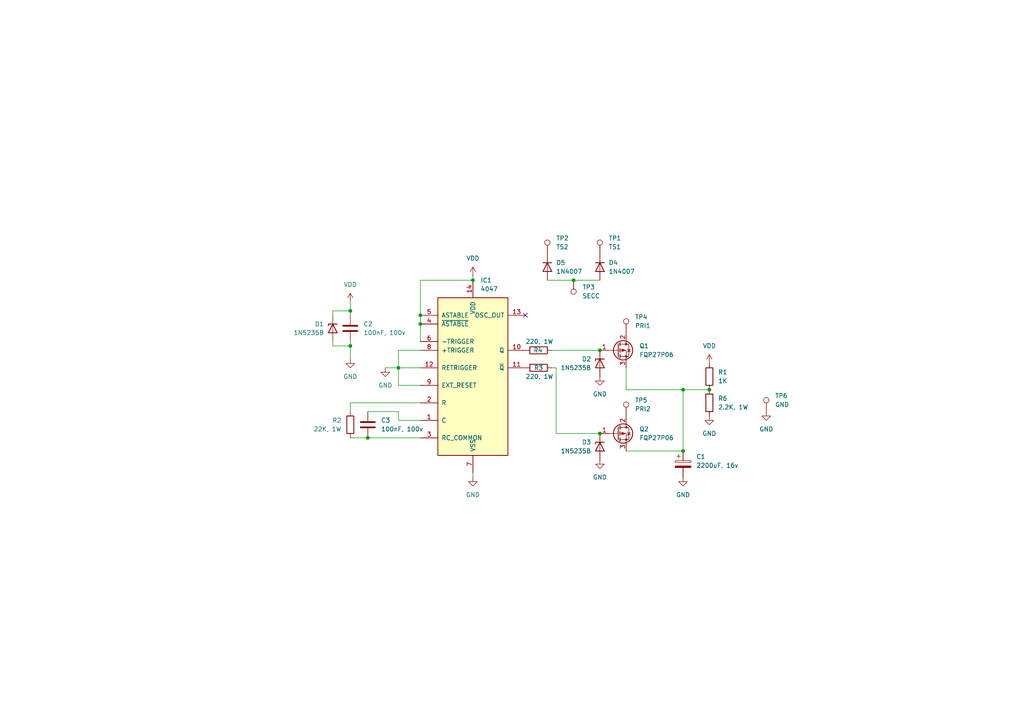
<source format=kicad_sch>
(kicad_sch (version 20231120) (generator "eeschema") (generator_version "8.0")
  (paper "A4")
  (lib_symbols
    (symbol "4xxx:4047" (pin_names (offset 1.016))
      (property "Reference" "U" (at -7.62 24.13 0))
      (property "Value" "4047" (at -7.62 -24.13 0))
      (symbol "4047_1_0"
        (pin input line (at -15.24 -12.7 0) (length 5.08) (name "C") (number "1"))
        (pin output line (at 15.24 7.62 180) (length 5.08) (name "Q") (number "10"))
        (pin output line (at 15.24 2.54 180) (length 5.08) (name "~{Q}") (number "11"))
        (pin input line (at -15.24 2.54 0) (length 5.08) (name "RETRIGGER") (number "12"))
        (pin output line (at 15.24 17.78 180) (length 5.08) (name "OSC_OUT") (number "13"))
        (pin power_in line (at 0 27.94 270) (length 5.08) (name "VDD") (number "14"))
        (pin input line (at -15.24 -7.62 0) (length 5.08) (name "R") (number "2"))
        (pin input line (at -15.24 -17.78 0) (length 5.08) (name "RC_COMMON") (number "3"))
        (pin input line (at -15.24 15.24 0) (length 5.08) (name "~{ASTABLE}") (number "4"))
        (pin input line (at -15.24 17.78 0) (length 5.08) (name "ASTABLE") (number "5"))
        (pin input line (at -15.24 10.16 0) (length 5.08) (name "-TRIGGER") (number "6"))
        (pin power_in line (at 0 -27.94 90) (length 5.08) (name "VSS") (number "7"))
        (pin input line (at -15.24 7.62 0) (length 5.08) (name "+TRIGGER") (number "8"))
        (pin input line (at -15.24 -2.54 0) (length 5.08) (name "EXT_RESET") (number "9"))
      )
      (symbol "4047_1_1"
        (rectangle (start -10.16 22.86) (end 10.16 -22.86) (stroke (width 0.254)) (fill (type background)))
      )
    )
    (symbol "Connector:TestPoint" (pin_numbers hide) (pin_names (offset 0.762) hide)
      (property "Reference" "TP" (at 0 6.858 0))
      (property "Value" "TestPoint" (at 0 5.08 0))
      (symbol "TestPoint_0_1"
        (circle (center 0 3.302) (radius 0.762))
      )
      (symbol "TestPoint_1_1"
        (pin passive line (at 0 0 90) (length 2.54) (name "1") (number "1"))
      )
    )
    (symbol "Device:C" (pin_numbers hide) (pin_names (offset 0.254))
      (property "Reference" "C" (at 0.635 2.54 0))
      (property "Value" "C" (at 0.635 -2.54 0))
      (symbol "C_0_1"
        (polyline (pts (xy -2.032 -0.762) (xy 2.032 -0.762)) (stroke (width 0.508)))
        (polyline (pts (xy -2.032 0.762) (xy 2.032 0.762)) (stroke (width 0.508)))
      )
      (symbol "C_1_1"
        (pin passive line (at 0 3.81 270) (length 2.794) (name "~") (number "1"))
        (pin passive line (at 0 -3.81 90) (length 2.794) (name "~") (number "2"))
      )
    )
    (symbol "Device:C_Polarized" (pin_numbers hide) (pin_names (offset 0.254))
      (property "Reference" "C" (at 0.635 2.54 0))
      (property "Value" "C_Polarized" (at 0.635 -2.54 0))
      (symbol "C_Polarized_0_1"
        (rectangle (start -2.286 0.508) (end 2.286 1.016))
        (polyline (pts (xy -1.778 2.286) (xy -0.762 2.286)))
        (polyline (pts (xy -1.27 2.794) (xy -1.27 1.778)))
        (rectangle (start 2.286 -0.508) (end -2.286 -1.016) (fill (type outline)))
      )
      (symbol "C_Polarized_1_1"
        (pin passive line (at 0 3.81 270) (length 2.794) (name "~") (number "1"))
        (pin passive line (at 0 -3.81 90) (length 2.794) (name "~") (number "2"))
      )
    )
    (symbol "Device:R" (pin_numbers hide) (pin_names (offset 0))
      (property "Reference" "R" (at 2.032 0 90))
      (property "Value" "R" (at 0 0 90))
      (symbol "R_0_1"
        (rectangle (start -1.016 -2.54) (end 1.016 2.54) (stroke (width 0.254)))
      )
      (symbol "R_1_1"
        (pin passive line (at 0 3.81 270) (length 1.27) (name "~") (number "1"))
        (pin passive line (at 0 -3.81 90) (length 1.27) (name "~") (number "2"))
      )
    )
    (symbol "Diode:1N4007" (pin_numbers hide) (pin_names hide)
      (property "Reference" "D" (at 0 2.54 0))
      (property "Value" "1N4007" (at 0 -2.54 0))
      (symbol "1N4007_0_1"
        (polyline (pts (xy -1.27 1.27) (xy -1.27 -1.27)) (stroke (width 0.254)))
        (polyline (pts (xy 1.27 0) (xy -1.27 0)))
        (polyline (pts (xy 1.27 1.27) (xy 1.27 -1.27) (xy -1.27 0) (xy 1.27 1.27)) (stroke (width 0.254)))
      )
      (symbol "1N4007_1_1"
        (pin passive line (at -3.81 0 0) (length 2.54) (name "K") (number "1"))
        (pin passive line (at 3.81 0 180) (length 2.54) (name "A") (number "2"))
      )
    )
    (symbol "Diode:1N53xxB" (pin_numbers hide) (pin_names hide)
      (property "Reference" "D" (at 0 2.54 0))
      (property "Value" "1N53xxB" (at 0 -2.54 0))
      (symbol "1N53xxB_0_1"
        (polyline (pts (xy 1.27 0) (xy -1.27 0)))
        (polyline (pts (xy -1.27 -1.27) (xy -1.27 1.27) (xy -0.762 1.27)) (stroke (width 0.254)))
        (polyline (pts (xy 1.27 -1.27) (xy 1.27 1.27) (xy -1.27 0) (xy 1.27 -1.27)) (stroke (width 0.254)))
      )
      (symbol "1N53xxB_1_1"
        (pin passive line (at -3.81 0 0) (length 2.54) (name "K") (number "1"))
        (pin passive line (at 3.81 0 180) (length 2.54) (name "A") (number "2"))
      )
    )
    (symbol "Transistor_FET:FQP27P06" (pin_names hide)
      (property "Reference" "Q" (at 5.08 1.905 0))
      (property "Value" "FQP27P06" (at 5.08 0 0))
      (symbol "FQP27P06_0_1"
        (polyline (pts (xy 0.254 0) (xy -2.54 0)))
        (polyline (pts (xy 0.254 1.905) (xy 0.254 -1.905)) (stroke (width 0.254)))
        (polyline (pts (xy 0.762 -1.27) (xy 0.762 -2.286)) (stroke (width 0.254)))
        (polyline (pts (xy 0.762 0.508) (xy 0.762 -0.508)) (stroke (width 0.254)))
        (polyline (pts (xy 0.762 2.286) (xy 0.762 1.27)) (stroke (width 0.254)))
        (polyline (pts (xy 2.54 2.54) (xy 2.54 1.778)))
        (polyline (pts (xy 2.54 -2.54) (xy 2.54 0) (xy 0.762 0)))
        (polyline (pts (xy 0.762 1.778) (xy 3.302 1.778) (xy 3.302 -1.778) (xy 0.762 -1.778)))
        (polyline (pts (xy 2.286 0) (xy 1.27 0.381) (xy 1.27 -0.381) (xy 2.286 0)) (fill (type outline)))
        (polyline (pts (xy 2.794 -0.508) (xy 2.921 -0.381) (xy 3.683 -0.381) (xy 3.81 -0.254)))
        (polyline (pts (xy 3.302 -0.381) (xy 2.921 0.254) (xy 3.683 0.254) (xy 3.302 -0.381)))
        (circle (center 1.651 0) (radius 2.794) (stroke (width 0.254)))
        (circle (center 2.54 -1.778) (radius 0.254) (fill (type outline)))
        (circle (center 2.54 1.778) (radius 0.254) (fill (type outline)))
      )
      (symbol "FQP27P06_1_1"
        (pin input line (at -5.08 0 0) (length 2.54) (name "G") (number "1"))
        (pin passive line (at 2.54 5.08 270) (length 2.54) (name "D") (number "2"))
        (pin passive line (at 2.54 -5.08 90) (length 2.54) (name "S") (number "3"))
      )
    )
    (symbol "power:GND" (power) (pin_numbers hide) (pin_names (offset 0) hide)
      (property "Value" "GND" (at 0 -3.81 0))
      (symbol "GND_0_1"
        (polyline (pts (xy 0 0) (xy 0 -1.27) (xy 1.27 -1.27) (xy 0 -2.54) (xy -1.27 -1.27) (xy 0 -1.27)))
      )
      (symbol "GND_1_1"
        (pin power_in line (at 0 0 270) (length 0) (name "~") (number "1"))
      )
    )
    (symbol "power:VDD" (power) (pin_numbers hide) (pin_names (offset 0) hide)
      (property "Value" "VDD" (at 0 3.556 0))
      (symbol "VDD_0_1"
        (polyline (pts (xy -0.762 1.27) (xy 0 2.54)))
        (polyline (pts (xy 0 0) (xy 0 2.54)))
        (polyline (pts (xy 0 2.54) (xy 0.762 1.27)))
      )
      (symbol "VDD_1_1"
        (pin power_in line (at 0 0 90) (length 0) (name "~") (number "1"))
      )
    )
  )
  (junction (at 205.74 113.03))
  (junction (at 198.12 130.81))
  (junction (at 166.37 81.28))
  (junction (at 121.92 93.98))
  (junction (at 137.16 81.28))
  (junction (at 115.57 106.68))
  (junction (at 121.92 91.44))
  (junction (at 173.99 101.6))
  (junction (at 101.6 90.17))
  (junction (at 101.6 100.33))
  (junction (at 106.68 127))
  (junction (at 198.12 113.03))
  (junction (at 173.99 125.73))
  (no_connect (at 152.4 91.44))
  (wire (pts (xy 198.12 130.81) (xy 198.12 113.03)))
  (wire (pts (xy 121.92 101.6) (xy 115.57 101.6)))
  (wire (pts (xy 106.68 127) (xy 121.92 127)))
  (wire (pts (xy 96.52 100.33) (xy 101.6 100.33)))
  (wire (pts (xy 115.57 121.92) (xy 115.57 119.38)))
  (wire (pts (xy 137.16 81.28) (xy 121.92 81.28)))
  (wire (pts (xy 181.61 130.81) (xy 198.12 130.81)))
  (wire (pts (xy 101.6 90.17) (xy 101.6 91.44)))
  (wire (pts (xy 121.92 121.92) (xy 115.57 121.92)))
  (wire (pts (xy 161.29 125.73) (xy 161.29 106.68)))
  (wire (pts (xy 121.92 81.28) (xy 121.92 91.44)))
  (wire (pts (xy 160.02 101.6) (xy 173.99 101.6)))
  (wire (pts (xy 115.57 106.68) (xy 115.57 111.76)))
  (wire (pts (xy 101.6 100.33) (xy 101.6 99.06)))
  (wire (pts (xy 181.61 113.03) (xy 181.61 106.68)))
  (wire (pts (xy 198.12 113.03) (xy 181.61 113.03)))
  (wire (pts (xy 121.92 91.44) (xy 121.92 93.98)))
  (wire (pts (xy 121.92 116.84) (xy 101.6 116.84)))
  (wire (pts (xy 205.74 113.03) (xy 198.12 113.03)))
  (wire (pts (xy 111.76 106.68) (xy 115.57 106.68)))
  (wire (pts (xy 101.6 104.14) (xy 101.6 100.33)))
  (wire (pts (xy 101.6 87.63) (xy 101.6 90.17)))
  (wire (pts (xy 161.29 125.73) (xy 173.99 125.73)))
  (wire (pts (xy 101.6 116.84) (xy 101.6 119.38)))
  (wire (pts (xy 101.6 127) (xy 106.68 127)))
  (wire (pts (xy 137.16 138.43) (xy 137.16 137.16)))
  (wire (pts (xy 137.16 80.01) (xy 137.16 81.28)))
  (wire (pts (xy 161.29 106.68) (xy 160.02 106.68)))
  (wire (pts (xy 121.92 93.98) (xy 121.92 99.06)))
  (wire (pts (xy 115.57 106.68) (xy 121.92 106.68)))
  (wire (pts (xy 166.37 81.28) (xy 173.99 81.28)))
  (wire (pts (xy 96.52 99.06) (xy 96.52 100.33)))
  (wire (pts (xy 121.92 111.76) (xy 115.57 111.76)))
  (wire (pts (xy 158.75 81.28) (xy 166.37 81.28)))
  (wire (pts (xy 96.52 90.17) (xy 101.6 90.17)))
  (wire (pts (xy 115.57 101.6) (xy 115.57 106.68)))
  (wire (pts (xy 115.57 119.38) (xy 106.68 119.38)))
  (wire (pts (xy 96.52 91.44) (xy 96.52 90.17)))
  (symbol (lib_id "4xxx:4047") (at 137.16 109.22 0) (unit 1)
    (property "Reference" "IC1" (at 139.3541 81.28 0) (effects (justify left)))
    (property "Value" "4047" (at 139.3541 83.82 0) (effects (justify left)))
    (property "Footprint" "Package_DIP:DIP-14_W7.62mm_LongPads" (effects (hide yes)))
    (property "Datasheet" "https://www.ti.com/lit/ds/symlink/cd4047b.pdf" (effects (hide yes)))
    (property "Description" "Monostable/Astable Multivibrator" (effects (hide yes)))
  )
  (symbol (lib_id "power:GND") (at 205.74 120.65 0) (unit 1)
    (property "Reference" "#PWR010" (effects (hide yes)))
    (property "Value" "GND" (at 205.74 125.73 0))
    (property "Description" "Power symbol creates a global label with name \"GND\" , ground" (effects (hide yes)))
  )
  (symbol (lib_id "power:GND") (at 137.16 138.43 0) (unit 1)
    (property "Reference" "#PWR01" (effects (hide yes)))
    (property "Value" "GND" (at 137.16 143.51 0))
    (property "Description" "Power symbol creates a global label with name \"GND\" , ground" (effects (hide yes)))
  )
  (symbol (lib_id "Connector:TestPoint") (at 158.75 73.66 0) (unit 1)
    (property "Reference" "TP2" (at 161.29 69.0879 0) (effects (justify left)))
    (property "Value" "TS2" (at 161.29 71.6279 0) (effects (justify left)))
    (property "Footprint" "TestPoint:TestPoint_Loop_D2.50mm_Drill1.0mm" (effects (hide yes)))
    (property "Description" "test point" (effects (hide yes)))
  )
  (symbol (lib_id "Connector:TestPoint") (at 173.99 73.66 0) (unit 1)
    (property "Reference" "TP1" (at 176.53 69.0879 0) (effects (justify left)))
    (property "Value" "TS1" (at 176.53 71.6279 0) (effects (justify left)))
    (property "Footprint" "TestPoint:TestPoint_Loop_D2.50mm_Drill1.0mm" (effects (hide yes)))
    (property "Description" "test point" (effects (hide yes)))
  )
  (symbol (lib_id "Device:C_Polarized") (at 198.12 134.62 0) (unit 1)
    (property "Reference" "C1" (at 201.93 132.4609 0) (effects (justify left)))
    (property "Value" "2200uF, 16v" (at 201.93 135.0009 0) (effects (justify left)))
    (property "Footprint" "Capacitor_THT:C_Rect_L41.5mm_W15.0mm_P37.50mm_MKS4" (effects (hide yes)))
    (property "Description" "Polarized capacitor" (effects (hide yes)))
  )
  (symbol (lib_id "Device:R") (at 205.74 116.84 180) (unit 1)
    (property "Reference" "R6" (at 208.28 115.5699 0) (effects (justify right)))
    (property "Value" "2.2K, 1W" (at 208.28 118.1099 0) (effects (justify right)))
    (property "Footprint" "Resistor_THT:R_Axial_DIN0309_L9.0mm_D3.2mm_P12.70mm_Horizontal" (effects (hide yes)))
    (property "Description" "Resistor" (effects (hide yes)))
  )
  (symbol (lib_id "Device:R") (at 205.74 109.22 0) (unit 1)
    (property "Reference" "R1" (at 208.28 107.9499 0) (effects (justify left)))
    (property "Value" "1K" (at 208.28 110.4899 0) (effects (justify left)))
    (property "Footprint" "Resistor_THT:R_Axial_DIN0309_L9.0mm_D3.2mm_P12.70mm_Horizontal" (effects (hide yes)))
    (property "Description" "Resistor" (effects (hide yes)))
  )
  (symbol (lib_id "Connector:TestPoint") (at 222.25 119.38 0) (unit 1)
    (property "Reference" "TP6" (at 224.79 114.8079 0) (effects (justify left)))
    (property "Value" "GND" (at 224.79 117.3479 0) (effects (justify left)))
    (property "Footprint" "TestPoint:TestPoint_Loop_D2.50mm_Drill1.0mm" (effects (hide yes)))
    (property "Description" "test point" (effects (hide yes)))
  )
  (symbol (lib_id "Diode:1N4007") (at 173.99 77.47 270) (unit 1)
    (property "Reference" "D4" (at 176.53 76.1999 90) (effects (justify left)))
    (property "Value" "1N4007" (at 176.53 78.7399 90) (effects (justify left)))
    (property "Footprint" "Diode_THT:D_DO-41_SOD81_P10.16mm_Horizontal" (effects (hide yes)))
    (property "Datasheet" "http://www.vishay.com/docs/88503/1n4001.pdf" (effects (hide yes)))
    (property "Description" "1000V 1A General Purpose Rectifier Diode, DO-41" (effects (hide yes)))
    (property "Sim.Device" "D" (effects (hide yes)))
    (property "Sim.Pins" "1=K 2=A" (effects (hide yes)))
  )
  (symbol (lib_id "power:GND") (at 101.6 104.14 0) (unit 1)
    (property "Reference" "#PWR03" (effects (hide yes)))
    (property "Value" "GND" (at 101.6 109.22 0))
    (property "Description" "Power symbol creates a global label with name \"GND\" , ground" (effects (hide yes)))
  )
  (symbol (lib_id "power:GND") (at 173.99 109.22 0) (unit 1)
    (property "Reference" "#PWR08" (effects (hide yes)))
    (property "Value" "GND" (at 173.99 114.3 0))
    (property "Description" "Power symbol creates a global label with name \"GND\" , ground" (effects (hide yes)))
  )
  (symbol (lib_id "Device:C") (at 106.68 123.19 0) (unit 1)
    (property "Reference" "C3" (at 110.49 121.9199 0) (effects (justify left)))
    (property "Value" "100nF, 100v" (at 110.49 124.4599 0) (effects (justify left)))
    (property "Footprint" "Capacitor_THT:C_Rect_L13.0mm_W6.0mm_P10.00mm_FKS3_FKP3_MKS4" (effects (hide yes)))
    (property "Description" "Unpolarized capacitor" (effects (hide yes)))
  )
  (symbol (lib_id "Diode:1N53xxB") (at 173.99 105.41 90) (mirror x) (unit 1)
    (property "Reference" "D2" (at 171.45 104.1399 90) (effects (justify left)))
    (property "Value" "1N5235B" (at 171.45 106.6799 90) (effects (justify left)))
    (property "Footprint" "Diode_THT:D_DO-34_SOD68_P10.16mm_Horizontal" (effects (hide yes)))
    (property "Datasheet" "https://diotec.com/tl_files/diotec/files/pdf/datasheets/1n5345b.pdf" (effects (hide yes)))
    (property "Description" "5000mW Zener Diode, DO-201" (effects (hide yes)))
  )
  (symbol (lib_id "power:VDD") (at 137.16 80.01 0) (unit 1)
    (property "Reference" "#PWR05" (effects (hide yes)))
    (property "Value" "VDD" (at 137.16 74.93 0))
    (property "Description" "Power symbol creates a global label with name \"VDD\"" (effects (hide yes)))
  )
  (symbol (lib_id "power:GND") (at 222.25 119.38 0) (unit 1)
    (property "Reference" "#PWR011" (effects (hide yes)))
    (property "Value" "GND" (at 222.25 124.46 0))
    (property "Description" "Power symbol creates a global label with name \"GND\" , ground" (effects (hide yes)))
  )
  (symbol (lib_id "Transistor_FET:FQP27P06") (at 179.07 101.6 0) (unit 1)
    (property "Reference" "Q1" (at 185.42 100.3299 0) (effects (justify left)))
    (property "Value" "FQP27P06" (at 185.42 102.8699 0) (effects (justify left)))
    (property "Footprint" "Package_TO_SOT_THT:TO-220-3_Horizontal_TabDown" (effects (hide yes)))
    (property "Datasheet" "https://www.onsemi.com/pub/Collateral/FQP27P06-D.PDF" (effects (hide yes)))
    (property "Description" "-27A Id, -60V Vds, QFET P-Channel MOSFET, TO-220" (effects (hide yes)))
  )
  (symbol (lib_id "Device:R") (at 156.21 106.68 270) (unit 1)
    (property "Reference" "R3" (at 156.21 106.68 90))
    (property "Value" "220, 1W" (at 156.464 109.22 90))
    (property "Footprint" "Resistor_THT:R_Axial_DIN0309_L9.0mm_D3.2mm_P12.70mm_Horizontal" (effects (hide yes)))
    (property "Description" "Resistor" (effects (hide yes)))
  )
  (symbol (lib_id "Connector:TestPoint") (at 181.61 120.65 0) (unit 1)
    (property "Reference" "TP5" (at 184.15 116.0779 0) (effects (justify left)))
    (property "Value" "PRI2" (at 184.15 118.6179 0) (effects (justify left)))
    (property "Footprint" "TestPoint:TestPoint_Loop_D2.50mm_Drill1.0mm" (effects (hide yes)))
    (property "Description" "test point" (effects (hide yes)))
  )
  (symbol (lib_id "Diode:1N53xxB") (at 173.99 129.54 90) (mirror x) (unit 1)
    (property "Reference" "D3" (at 171.45 128.2699 90) (effects (justify left)))
    (property "Value" "1N5235B" (at 171.45 130.8099 90) (effects (justify left)))
    (property "Footprint" "Diode_THT:D_DO-34_SOD68_P10.16mm_Horizontal" (effects (hide yes)))
    (property "Datasheet" "https://diotec.com/tl_files/diotec/files/pdf/datasheets/1n5345b.pdf" (effects (hide yes)))
    (property "Description" "5000mW Zener Diode, DO-201" (effects (hide yes)))
  )
  (symbol (lib_id "power:GND") (at 198.12 138.43 0) (unit 1)
    (property "Reference" "#PWR02" (effects (hide yes)))
    (property "Value" "GND" (at 198.12 143.51 0))
    (property "Description" "Power symbol creates a global label with name \"GND\" , ground" (effects (hide yes)))
  )
  (symbol (lib_id "Connector:TestPoint") (at 166.37 81.28 180) (unit 1)
    (property "Reference" "TP3" (at 168.91 83.3119 0) (effects (justify right)))
    (property "Value" "SECC" (at 168.91 85.8519 0) (effects (justify right)))
    (property "Footprint" "TestPoint:TestPoint_Loop_D2.50mm_Drill1.0mm" (effects (hide yes)))
    (property "Description" "test point" (effects (hide yes)))
  )
  (symbol (lib_id "power:GND") (at 111.76 106.68 0) (unit 1)
    (property "Reference" "#PWR06" (effects (hide yes)))
    (property "Value" "GND" (at 111.76 111.76 0))
    (property "Description" "Power symbol creates a global label with name \"GND\" , ground" (effects (hide yes)))
  )
  (symbol (lib_id "Diode:1N53xxB") (at 96.52 95.25 90) (mirror x) (unit 1)
    (property "Reference" "D1" (at 93.98 93.9799 90) (effects (justify left)))
    (property "Value" "1N5235B" (at 93.98 96.5199 90) (effects (justify left)))
    (property "Footprint" "Diode_THT:D_DO-34_SOD68_P10.16mm_Horizontal" (effects (hide yes)))
    (property "Datasheet" "https://diotec.com/tl_files/diotec/files/pdf/datasheets/1n5345b.pdf" (effects (hide yes)))
    (property "Description" "5000mW Zener Diode, DO-201" (effects (hide yes)))
  )
  (symbol (lib_id "Device:C") (at 101.6 95.25 0) (unit 1)
    (property "Reference" "C2" (at 105.41 93.9799 0) (effects (justify left)))
    (property "Value" "100nF, 100v" (at 105.41 96.5199 0) (effects (justify left)))
    (property "Footprint" "Capacitor_THT:C_Rect_L13.0mm_W6.0mm_P10.00mm_FKS3_FKP3_MKS4" (effects (hide yes)))
    (property "Description" "Unpolarized capacitor" (effects (hide yes)))
  )
  (symbol (lib_id "power:VDD") (at 101.6 87.63 0) (unit 1)
    (property "Reference" "#PWR04" (effects (hide yes)))
    (property "Value" "VDD" (at 101.6 82.55 0))
    (property "Description" "Power symbol creates a global label with name \"VDD\"" (effects (hide yes)))
  )
  (symbol (lib_id "Diode:1N4007") (at 158.75 77.47 270) (unit 1)
    (property "Reference" "D5" (at 161.29 76.1999 90) (effects (justify left)))
    (property "Value" "1N4007" (at 161.29 78.7399 90) (effects (justify left)))
    (property "Footprint" "Diode_THT:D_DO-41_SOD81_P10.16mm_Horizontal" (effects (hide yes)))
    (property "Datasheet" "http://www.vishay.com/docs/88503/1n4001.pdf" (effects (hide yes)))
    (property "Description" "1000V 1A General Purpose Rectifier Diode, DO-41" (effects (hide yes)))
    (property "Sim.Device" "D" (effects (hide yes)))
    (property "Sim.Pins" "1=K 2=A" (effects (hide yes)))
  )
  (symbol (lib_id "Device:R") (at 156.21 101.6 270) (mirror x) (unit 1)
    (property "Reference" "R4" (at 154.686 101.6 90) (effects (justify left)))
    (property "Value" "220, 1W" (at 152.4 99.06 90) (effects (justify left)))
    (property "Footprint" "Resistor_THT:R_Axial_DIN0309_L9.0mm_D3.2mm_P12.70mm_Horizontal" (effects (hide yes)))
    (property "Description" "Resistor" (effects (hide yes)))
  )
  (symbol (lib_id "Transistor_FET:FQP27P06") (at 179.07 125.73 0) (unit 1)
    (property "Reference" "Q2" (at 185.42 124.4599 0) (effects (justify left)))
    (property "Value" "FQP27P06" (at 185.42 126.9999 0) (effects (justify left)))
    (property "Footprint" "Package_TO_SOT_THT:TO-220-3_Horizontal_TabDown" (effects (hide yes)))
    (property "Datasheet" "https://www.onsemi.com/pub/Collateral/FQP27P06-D.PDF" (effects (hide yes)))
    (property "Description" "-27A Id, -60V Vds, QFET P-Channel MOSFET, TO-220" (effects (hide yes)))
  )
  (symbol (lib_id "power:VDD") (at 205.74 105.41 0) (unit 1)
    (property "Reference" "#PWR012" (effects (hide yes)))
    (property "Value" "VDD" (at 205.74 100.33 0))
    (property "Description" "Power symbol creates a global label with name \"VDD\"" (effects (hide yes)))
  )
  (symbol (lib_id "Device:R") (at 101.6 123.19 0) (mirror y) (unit 1)
    (property "Reference" "R2" (at 99.06 121.9199 0) (effects (justify left)))
    (property "Value" "22K, 1W" (at 99.06 124.4599 0) (effects (justify left)))
    (property "Footprint" "Resistor_THT:R_Axial_DIN0309_L9.0mm_D3.2mm_P12.70mm_Horizontal" (effects (hide yes)))
    (property "Description" "Resistor" (effects (hide yes)))
  )
  (symbol (lib_id "Connector:TestPoint") (at 181.61 96.52 0) (unit 1)
    (property "Reference" "TP4" (at 184.15 91.9479 0) (effects (justify left)))
    (property "Value" "PRI1" (at 184.15 94.4879 0) (effects (justify left)))
    (property "Footprint" "TestPoint:TestPoint_Loop_D2.50mm_Drill1.0mm" (effects (hide yes)))
    (property "Description" "test point" (effects (hide yes)))
  )
  (symbol (lib_id "power:GND") (at 173.99 133.35 0) (mirror y) (unit 1)
    (property "Reference" "#PWR09" (effects (hide yes)))
    (property "Value" "GND" (at 173.99 138.43 0))
    (property "Description" "Power symbol creates a global label with name \"GND\" , ground" (effects (hide yes)))
  )
)
</source>
